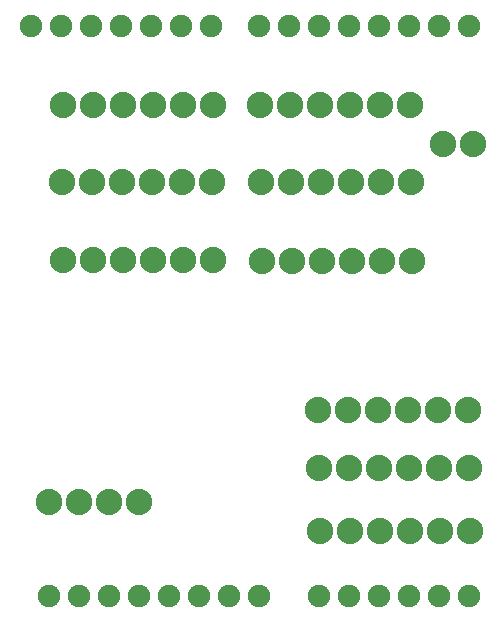
<source format=gts>
G04 MADE WITH FRITZING*
G04 WWW.FRITZING.ORG*
G04 DOUBLE SIDED*
G04 HOLES PLATED*
G04 CONTOUR ON CENTER OF CONTOUR VECTOR*
%ASAXBY*%
%FSLAX23Y23*%
%MOIN*%
%OFA0B0*%
%SFA1.0B1.0*%
%ADD10C,0.075278*%
%ADD11C,0.088000*%
%ADD12R,0.001000X0.001000*%
%LNMASK1*%
G90*
G70*
G54D10*
X1123Y88D03*
X1223Y88D03*
X1323Y88D03*
X1423Y88D03*
X1523Y88D03*
X663Y1988D03*
X563Y1988D03*
X463Y1988D03*
X363Y1988D03*
X263Y1988D03*
X163Y1988D03*
X63Y1988D03*
X1523Y1988D03*
X1423Y1988D03*
X1323Y1988D03*
X1223Y1988D03*
X1123Y1988D03*
X1023Y1988D03*
X923Y1988D03*
X823Y1988D03*
X223Y88D03*
X123Y88D03*
X323Y88D03*
X423Y88D03*
X523Y88D03*
X623Y88D03*
X723Y88D03*
X823Y88D03*
X1023Y88D03*
G54D11*
X671Y1208D03*
X571Y1208D03*
X471Y1208D03*
X371Y1208D03*
X271Y1208D03*
X171Y1208D03*
X1334Y1205D03*
X1234Y1205D03*
X1134Y1205D03*
X1034Y1205D03*
X934Y1205D03*
X834Y1205D03*
X667Y1467D03*
X567Y1467D03*
X467Y1467D03*
X367Y1467D03*
X267Y1467D03*
X167Y1467D03*
X1332Y1467D03*
X1232Y1467D03*
X1132Y1467D03*
X1032Y1467D03*
X932Y1467D03*
X832Y1467D03*
X423Y401D03*
X323Y401D03*
X223Y401D03*
X123Y401D03*
X670Y1725D03*
X570Y1725D03*
X470Y1725D03*
X370Y1725D03*
X270Y1725D03*
X170Y1725D03*
X1326Y1725D03*
X1226Y1725D03*
X1126Y1725D03*
X1026Y1725D03*
X926Y1725D03*
X826Y1725D03*
X1520Y708D03*
X1420Y708D03*
X1320Y708D03*
X1220Y708D03*
X1120Y708D03*
X1020Y708D03*
X1523Y515D03*
X1423Y515D03*
X1323Y515D03*
X1223Y515D03*
X1123Y515D03*
X1023Y515D03*
X1526Y305D03*
X1426Y305D03*
X1326Y305D03*
X1226Y305D03*
X1126Y305D03*
X1026Y305D03*
X1539Y1595D03*
X1439Y1595D03*
G54D12*
X1Y1988D02*
X1Y1988D01*
X1Y1987D02*
X1Y1987D01*
D02*
G04 End of Mask1*
M02*
</source>
